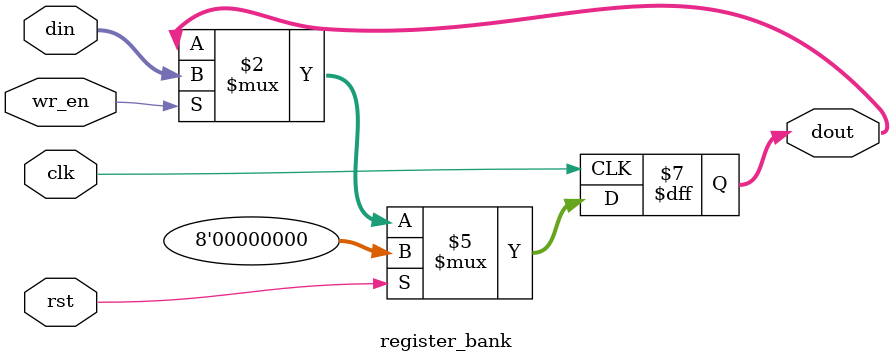
<source format=v>
module register_bank #(
  parameter WIDTH = 8
  )(
  input wire [0:0] clk,
  input wire [0:0] rst,
  input wire [0:0] wr_en,
  input wire [WIDTH-1:0] din,
  output reg [WIDTH-1:0] dout
  );

always @(posedge clk) begin
  if(rst)
    dout <= {WIDTH{1'b0}};
  else if(wr_en)
    dout <= din;
end

endmodule


</source>
